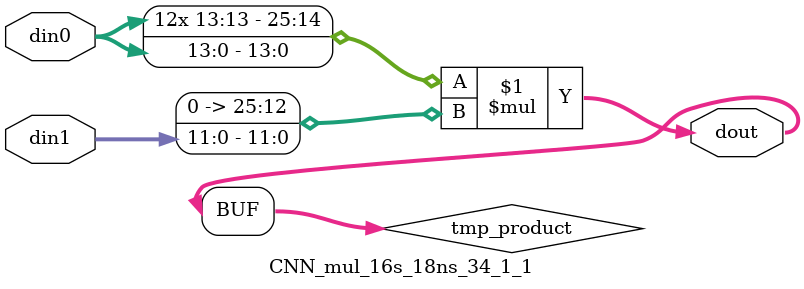
<source format=v>

`timescale 1 ns / 1 ps

 module CNN_mul_16s_18ns_34_1_1(din0, din1, dout);
parameter ID = 1;
parameter NUM_STAGE = 0;
parameter din0_WIDTH = 14;
parameter din1_WIDTH = 12;
parameter dout_WIDTH = 26;

input [din0_WIDTH - 1 : 0] din0; 
input [din1_WIDTH - 1 : 0] din1; 
output [dout_WIDTH - 1 : 0] dout;

wire signed [dout_WIDTH - 1 : 0] tmp_product;


























assign tmp_product = $signed(din0) * $signed({1'b0, din1});









assign dout = tmp_product;





















endmodule

</source>
